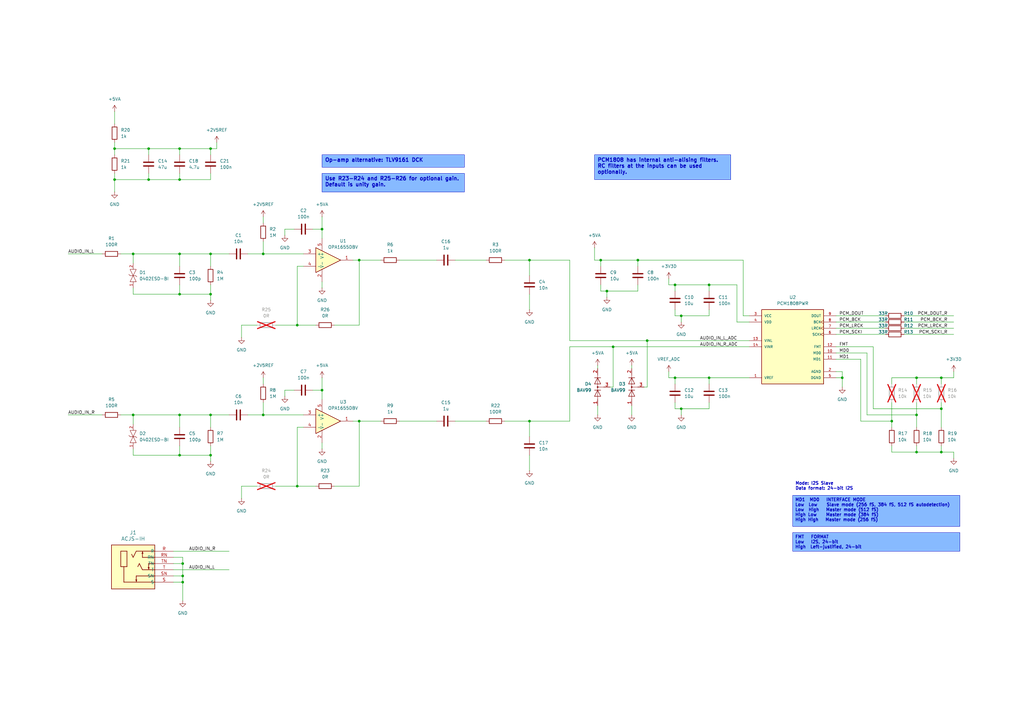
<source format=kicad_sch>
(kicad_sch (version 20231120) (generator "eeschema") (generator_version "8.0")
  (paper "A3")
  (lib_symbols
    (symbol "Device:C" (pin_numbers hide) (pin_names (offset 0.254))
      (property "Reference" "C" (at 0.635 2.54 0))
      (property "Value" "C" (at 0.635 -2.54 0))
      (symbol "C_0_1"
        (polyline (pts (xy -2.032 -0.762) (xy 2.032 -0.762)) (stroke (width 0.508)))
        (polyline (pts (xy -2.032 0.762) (xy 2.032 0.762)) (stroke (width 0.508)))
      )
      (symbol "C_1_1"
        (pin passive line (at 0 3.81 270) (length 2.794) (name "~") (number "1"))
        (pin passive line (at 0 -3.81 90) (length 2.794) (name "~") (number "2"))
      )
    )
    (symbol "Device:R" (pin_numbers hide) (pin_names (offset 0))
      (property "Reference" "R" (at 2.032 0 90))
      (property "Value" "R" (at 0 0 90))
      (symbol "R_0_1"
        (rectangle (start -1.016 -2.54) (end 1.016 2.54) (stroke (width 0.254)))
      )
      (symbol "R_1_1"
        (pin passive line (at 0 3.81 270) (length 1.27) (name "~") (number "1"))
        (pin passive line (at 0 -3.81 90) (length 1.27) (name "~") (number "2"))
      )
    )
    (symbol "Diode:BAV99" (pin_names hide)
      (property "Reference" "D" (at 0 5.08 0))
      (property "Value" "BAV99" (at 0 2.54 0))
      (symbol "BAV99_0_1"
        (polyline (pts (xy -5.08 0) (xy 5.08 0)))
      )
      (symbol "BAV99_1_1"
        (polyline (pts (xy 0 0) (xy 0 -2.54)))
        (polyline (pts (xy -1.27 -1.27) (xy -1.27 1.27) (xy -1.27 1.27)) (stroke (width 0.2032)))
        (polyline (pts (xy 3.81 1.27) (xy 3.81 -1.27) (xy 3.81 -1.27)) (stroke (width 0.2032)))
        (polyline (pts (xy -3.81 1.27) (xy -1.27 0) (xy -3.81 -1.27) (xy -3.81 1.27) (xy -3.81 1.27) (xy -3.81 1.27)) (stroke (width 0.2032)))
        (polyline (pts (xy 1.27 1.27) (xy 3.81 0) (xy 1.27 -1.27) (xy 1.27 1.27) (xy 1.27 1.27) (xy 1.27 1.27)) (stroke (width 0.2032)))
        (circle (center 0 0) (radius 0.254) (fill (type outline)))
        (pin passive line (at -7.62 0 0) (length 2.54) (name "K") (number "1"))
        (pin passive line (at 7.62 0 180) (length 2.54) (name "A") (number "2"))
        (pin passive line (at 0 -5.08 90) (length 2.54) (name "K") (number "3"))
      )
    )
    (symbol "Wirelles_Guitar_Jack:0402ESD-BI" (pin_names (offset 1.016))
      (property "Reference" "D" (at 0 3.8109 0))
      (property "Value" "0402ESD-BI" (at 0 -5.0885 0))
      (symbol "0402ESD-BI_0_0"
        (pin passive line (at -2.54 0 0) (length 2.54) (name "~") (number "1"))
        (pin passive line (at 7.62 0 180) (length 2.54) (name "~") (number "2"))
      )
      (symbol "0402ESD-BI_0_1"
        (polyline (pts (xy 2.54 1.27) (xy 3.048 1.778)))
        (polyline (pts (xy 2.54 1.27) (xy 2.54 -1.016) (xy 2.032 -1.524)))
        (polyline (pts (xy 0 -1.27) (xy 0 1.27) (xy 2.54 0) (xy 0 -1.27)))
        (polyline (pts (xy 2.54 0) (xy 5.08 -1.27) (xy 5.08 1.27) (xy 2.54 0)))
      )
    )
    (symbol "Wirelles_Guitar_Jack:ACJS-IH" (pin_names (offset 0.254))
      (property "Reference" "J" (at -10.16 7.62 0))
      (property "Value" "ACJS-IH" (at -10.16 5.08 0))
      (symbol "ACJS-IH_0_1"
        (polyline (pts (xy -15.24 -12.7) (xy -14.9225 -11.7475) (xy -15.5575 -11.7475)) (fill (type outline)))
        (polyline (pts (xy -12.7 0) (xy -12.3825 -0.9525) (xy -13.0175 -0.9525)) (fill (type outline)))
        (polyline (pts (xy -10.16 -7.62) (xy -9.8425 -6.6675) (xy -10.4775 -6.6675)) (fill (type outline)))
      )
      (symbol "ACJS-IH_1_0"
        (rectangle (start -25.4 2.54) (end -7.62 -15.494) (stroke (width 0.254)) (fill (type background)))
      )
      (symbol "ACJS-IH_1_1"
        (polyline (pts (xy -21.59 -6.35) (xy -21.59 0)) (stroke (width 0.254)))
        (polyline (pts (xy -21.59 0) (xy -19.05 0)) (stroke (width 0.254)))
        (polyline (pts (xy -20.32 -6.35) (xy -20.32 -12.7)) (stroke (width 0.254)))
        (polyline (pts (xy -19.05 -6.35) (xy -21.59 -6.35)) (stroke (width 0.254)))
        (polyline (pts (xy -19.05 0) (xy -19.05 -6.35)) (stroke (width 0.254)))
        (polyline (pts (xy -16.51 -2.54) (xy -17.145 -1.27)) (stroke (width 0.254)))
        (polyline (pts (xy -15.24 -11.7475) (xy -15.24 -10.16)) (stroke (width 0.254)))
        (polyline (pts (xy -15.24 0) (xy -16.51 -2.54)) (stroke (width 0.254)))
        (polyline (pts (xy -13.97 -5.08) (xy -14.605 -6.35)) (stroke (width 0.254)))
        (polyline (pts (xy -12.7 -7.62) (xy -13.97 -5.08)) (stroke (width 0.254)))
        (polyline (pts (xy -12.7 -0.9525) (xy -12.7 -2.54)) (stroke (width 0.254)))
        (polyline (pts (xy -10.16 -6.6675) (xy -10.16 -5.08)) (stroke (width 0.254)))
        (polyline (pts (xy -7.62 -12.7) (xy -20.32 -12.7)) (stroke (width 0.254)))
        (polyline (pts (xy -7.62 -10.16) (xy -15.24 -10.16)) (stroke (width 0.254)))
        (polyline (pts (xy -7.62 -7.62) (xy -12.7 -7.62)) (stroke (width 0.254)))
        (polyline (pts (xy -7.62 -5.08) (xy -10.16 -5.08)) (stroke (width 0.254)))
        (polyline (pts (xy -7.62 -2.54) (xy -12.7 -2.54)) (stroke (width 0.254)))
        (polyline (pts (xy -7.62 0) (xy -15.24 0)) (stroke (width 0.254)))
        (pin passive line (at 0 0 180) (length 7.62) (name "R") (number "R"))
        (pin passive line (at 0 -2.54 180) (length 7.62) (name "RN") (number "RN"))
        (pin passive line (at 0 -12.7 180) (length 7.62) (name "S") (number "S"))
        (pin passive line (at 0 -10.16 180) (length 7.62) (name "SN") (number "SN"))
        (pin passive line (at 0 -7.62 180) (length 7.62) (name "T") (number "T"))
        (pin passive line (at 0 -5.08 180) (length 7.62) (name "TN") (number "TN"))
      )
    )
    (symbol "Wirelles_Guitar_Jack:OPA1655DBV"
      (property "Reference" "U" (at 0 0 0))
      (property "Value" "OPA1655DBV" (at 0 0 0))
      (symbol "OPA1655DBV_0_1"
        (polyline (pts (xy 0 -2.54) (xy 0 -12.7) (xy 10.16 -7.62) (xy 0 -2.54)) (stroke (width 0.254)) (fill (type background)))
      )
      (symbol "OPA1655DBV_1_1"
        (pin output line (at 15.24 -7.62 180) (length 5.08) (name "") (number "1"))
        (pin power_in line (at 2.54 -16.51 90) (length 5.08) (name "V-") (number "2"))
        (pin input line (at -5.08 -5.08 0) (length 5.08) (name "+") (number "3"))
        (pin input line (at -5.08 -10.16 0) (length 5.08) (name "-") (number "4"))
        (pin power_in line (at 2.54 1.27 270) (length 5.08) (name "V+") (number "5"))
      )
    )
    (symbol "Wirelles_Guitar_Jack:PCM1808PWR" (pin_names (offset 1.016))
      (property "Reference" "U" (at -12.7 24.13 0))
      (property "Value" "PCM1808PWR" (at -12.7 -18.796 0))
      (symbol "PCM1808PWR_0_0"
        (rectangle (start -12.7 22.86) (end 12.7 -7.62) (stroke (width 0.254)) (fill (type background)))
        (pin input line (at -17.78 -5.08 0) (length 5.08) (name "VREF") (number "1"))
        (pin input line (at 17.78 5.08 180) (length 5.08) (name "MD0") (number "10"))
        (pin input line (at 17.78 2.54 180) (length 5.08) (name "MD1") (number "11"))
        (pin input line (at 17.78 7.62 180) (length 5.08) (name "FMT") (number "12"))
        (pin input line (at -17.78 10.16 0) (length 5.08) (name "VINL") (number "13"))
        (pin input line (at -17.78 7.62 0) (length 5.08) (name "VINR") (number "14"))
        (pin power_in line (at 17.78 -2.54 180) (length 5.08) (name "AGND") (number "2"))
        (pin power_in line (at -17.78 20.32 0) (length 5.08) (name "VCC") (number "3"))
        (pin power_in line (at -17.78 17.78 0) (length 5.08) (name "VDD") (number "4"))
        (pin power_in line (at 17.78 -5.08 180) (length 5.08) (name "DGND") (number "5"))
        (pin input clock (at 17.78 12.7 180) (length 5.08) (name "SCKI") (number "6"))
        (pin bidirectional clock (at 17.78 15.24 180) (length 5.08) (name "LRCK") (number "7"))
        (pin bidirectional clock (at 17.78 17.78 180) (length 5.08) (name "BCK") (number "8"))
        (pin output line (at 17.78 20.32 180) (length 5.08) (name "DOUT") (number "9"))
      )
    )
    (symbol "power:+5VA" (power) (pin_numbers hide) (pin_names (offset 0) hide)
      (property "Value" "+5VA" (at 0 3.556 0))
      (symbol "+5VA_0_1"
        (polyline (pts (xy -0.762 1.27) (xy 0 2.54)))
        (polyline (pts (xy 0 0) (xy 0 2.54)))
        (polyline (pts (xy 0 2.54) (xy 0.762 1.27)))
      )
      (symbol "+5VA_1_1"
        (pin power_in line (at 0 0 90) (length 0) (name "~") (number "1"))
      )
    )
    (symbol "power:GND" (power) (pin_numbers hide) (pin_names (offset 0) hide)
      (property "Value" "GND" (at 0 -3.81 0))
      (symbol "GND_0_1"
        (polyline (pts (xy 0 0) (xy 0 -1.27) (xy 1.27 -1.27) (xy 0 -2.54) (xy -1.27 -1.27) (xy 0 -1.27)))
      )
      (symbol "GND_1_1"
        (pin power_in line (at 0 0 270) (length 0) (name "~") (number "1"))
      )
    )
  )
  (junction (at 107.95 170.18))
  (junction (at 86.36 186.69))
  (junction (at 46.99 73.66))
  (junction (at 73.66 186.69))
  (junction (at 265.43 139.7))
  (junction (at 74.93 231.14))
  (junction (at 386.08 167.64))
  (junction (at 60.96 73.66))
  (junction (at 54.61 104.14))
  (junction (at 147.32 106.68))
  (junction (at 217.17 106.68))
  (junction (at 375.92 170.18))
  (junction (at 73.66 120.65))
  (junction (at 345.44 154.94))
  (junction (at 73.66 104.14))
  (junction (at 248.92 119.38))
  (junction (at 46.99 60.96))
  (junction (at 121.92 133.35))
  (junction (at 290.83 116.84))
  (junction (at 147.32 172.72))
  (junction (at 86.36 120.65))
  (junction (at 86.36 60.96))
  (junction (at 73.66 73.66))
  (junction (at 375.92 154.94))
  (junction (at 60.96 60.96))
  (junction (at 279.4 167.64))
  (junction (at 251.46 142.24))
  (junction (at 73.66 170.18))
  (junction (at 365.76 172.72))
  (junction (at 261.62 106.68))
  (junction (at 246.38 106.68))
  (junction (at 279.4 129.54))
  (junction (at 386.08 185.42))
  (junction (at 276.86 154.94))
  (junction (at 74.93 236.22))
  (junction (at 375.92 185.42))
  (junction (at 132.08 160.02))
  (junction (at 86.36 104.14))
  (junction (at 54.61 170.18))
  (junction (at 217.17 172.72))
  (junction (at 121.92 199.39))
  (junction (at 74.93 238.76))
  (junction (at 290.83 154.94))
  (junction (at 132.08 93.98))
  (junction (at 73.66 60.96))
  (junction (at 276.86 116.84))
  (junction (at 107.95 104.14))
  (junction (at 86.36 170.18))
  (junction (at 386.08 154.94))
  (wire (pts (xy 386.08 154.94) (xy 386.08 157.48)))
  (wire (pts (xy 137.16 133.35) (xy 147.32 133.35)))
  (wire (pts (xy 261.62 119.38) (xy 261.62 116.84)))
  (wire (pts (xy 290.83 116.84) (xy 302.26 116.84)))
  (wire (pts (xy 73.66 120.65) (xy 86.36 120.65)))
  (wire (pts (xy 147.32 106.68) (xy 156.21 106.68)))
  (wire (pts (xy 99.06 133.35) (xy 105.41 133.35)))
  (wire (pts (xy 49.53 104.14) (xy 54.61 104.14)))
  (wire (pts (xy 99.06 199.39) (xy 105.41 199.39)))
  (wire (pts (xy 54.61 104.14) (xy 73.66 104.14)))
  (wire (pts (xy 365.76 182.88) (xy 365.76 185.42)))
  (wire (pts (xy 276.86 129.54) (xy 279.4 129.54)))
  (wire (pts (xy 259.08 149.86) (xy 259.08 151.13)))
  (wire (pts (xy 342.9 132.08) (xy 363.22 132.08)))
  (wire (pts (xy 259.08 166.37) (xy 259.08 170.18)))
  (wire (pts (xy 386.08 165.1) (xy 386.08 167.64)))
  (wire (pts (xy 54.61 120.65) (xy 73.66 120.65)))
  (wire (pts (xy 250.19 158.75) (xy 251.46 158.75)))
  (wire (pts (xy 290.83 154.94) (xy 290.83 157.48)))
  (wire (pts (xy 245.11 166.37) (xy 245.11 170.18)))
  (wire (pts (xy 233.68 106.68) (xy 233.68 139.7)))
  (wire (pts (xy 54.61 186.69) (xy 73.66 186.69)))
  (wire (pts (xy 276.86 154.94) (xy 276.86 157.48)))
  (wire (pts (xy 243.84 106.68) (xy 246.38 106.68)))
  (wire (pts (xy 73.66 63.5) (xy 73.66 60.96)))
  (wire (pts (xy 46.99 60.96) (xy 46.99 63.5)))
  (wire (pts (xy 107.95 99.06) (xy 107.95 104.14)))
  (wire (pts (xy 86.36 186.69) (xy 86.36 189.23)))
  (wire (pts (xy 132.08 181.61) (xy 132.08 184.15)))
  (wire (pts (xy 279.4 129.54) (xy 290.83 129.54)))
  (wire (pts (xy 342.9 147.32) (xy 353.06 147.32)))
  (wire (pts (xy 163.83 172.72) (xy 179.07 172.72)))
  (wire (pts (xy 233.68 142.24) (xy 233.68 172.72)))
  (wire (pts (xy 132.08 115.57) (xy 132.08 118.11)))
  (wire (pts (xy 132.08 154.94) (xy 132.08 160.02)))
  (wire (pts (xy 233.68 142.24) (xy 251.46 142.24)))
  (wire (pts (xy 86.36 120.65) (xy 86.36 116.84)))
  (wire (pts (xy 276.86 167.64) (xy 279.4 167.64)))
  (wire (pts (xy 217.17 186.69) (xy 217.17 193.04)))
  (wire (pts (xy 342.9 137.16) (xy 363.22 137.16)))
  (wire (pts (xy 261.62 106.68) (xy 261.62 109.22)))
  (wire (pts (xy 116.84 160.02) (xy 116.84 162.56)))
  (wire (pts (xy 217.17 120.65) (xy 217.17 127)))
  (wire (pts (xy 370.84 129.54) (xy 391.16 129.54)))
  (wire (pts (xy 132.08 88.9) (xy 132.08 93.98)))
  (wire (pts (xy 358.14 167.64) (xy 386.08 167.64)))
  (wire (pts (xy 276.86 116.84) (xy 290.83 116.84)))
  (wire (pts (xy 302.26 132.08) (xy 307.34 132.08)))
  (wire (pts (xy 46.99 60.96) (xy 60.96 60.96)))
  (wire (pts (xy 101.6 104.14) (xy 107.95 104.14)))
  (wire (pts (xy 375.92 182.88) (xy 375.92 185.42)))
  (wire (pts (xy 342.9 142.24) (xy 358.14 142.24)))
  (wire (pts (xy 233.68 139.7) (xy 265.43 139.7)))
  (wire (pts (xy 60.96 73.66) (xy 60.96 71.12)))
  (wire (pts (xy 251.46 142.24) (xy 307.34 142.24)))
  (wire (pts (xy 279.4 167.64) (xy 279.4 170.18)))
  (wire (pts (xy 71.12 233.68) (xy 93.98 233.68)))
  (wire (pts (xy 71.12 231.14) (xy 74.93 231.14)))
  (wire (pts (xy 49.53 170.18) (xy 54.61 170.18)))
  (wire (pts (xy 353.06 172.72) (xy 365.76 172.72)))
  (wire (pts (xy 86.36 63.5) (xy 86.36 60.96)))
  (wire (pts (xy 245.11 149.86) (xy 245.11 151.13)))
  (wire (pts (xy 391.16 185.42) (xy 391.16 187.96)))
  (wire (pts (xy 353.06 147.32) (xy 353.06 172.72)))
  (wire (pts (xy 246.38 106.68) (xy 261.62 106.68)))
  (wire (pts (xy 248.92 119.38) (xy 248.92 121.92)))
  (wire (pts (xy 46.99 73.66) (xy 60.96 73.66)))
  (wire (pts (xy 99.06 138.43) (xy 99.06 133.35)))
  (wire (pts (xy 186.69 172.72) (xy 199.39 172.72)))
  (wire (pts (xy 93.98 170.18) (xy 86.36 170.18)))
  (wire (pts (xy 27.94 170.18) (xy 41.91 170.18)))
  (wire (pts (xy 124.46 109.22) (xy 121.92 109.22)))
  (wire (pts (xy 74.93 236.22) (xy 74.93 238.76)))
  (wire (pts (xy 246.38 116.84) (xy 246.38 119.38)))
  (wire (pts (xy 147.32 172.72) (xy 147.32 199.39)))
  (wire (pts (xy 276.86 116.84) (xy 276.86 119.38)))
  (wire (pts (xy 86.36 186.69) (xy 86.36 182.88)))
  (wire (pts (xy 207.01 106.68) (xy 217.17 106.68)))
  (wire (pts (xy 107.95 88.9) (xy 107.95 91.44)))
  (wire (pts (xy 73.66 104.14) (xy 73.66 109.22)))
  (wire (pts (xy 54.61 104.14) (xy 54.61 107.95)))
  (wire (pts (xy 113.03 133.35) (xy 121.92 133.35)))
  (wire (pts (xy 54.61 184.15) (xy 54.61 186.69)))
  (wire (pts (xy 99.06 204.47) (xy 99.06 199.39)))
  (wire (pts (xy 302.26 116.84) (xy 302.26 132.08)))
  (wire (pts (xy 46.99 73.66) (xy 46.99 78.74)))
  (wire (pts (xy 345.44 154.94) (xy 345.44 158.75)))
  (wire (pts (xy 73.66 116.84) (xy 73.66 120.65)))
  (wire (pts (xy 355.6 144.78) (xy 355.6 170.18)))
  (wire (pts (xy 233.68 172.72) (xy 217.17 172.72)))
  (wire (pts (xy 290.83 167.64) (xy 290.83 165.1)))
  (wire (pts (xy 246.38 119.38) (xy 248.92 119.38)))
  (wire (pts (xy 120.65 160.02) (xy 116.84 160.02)))
  (wire (pts (xy 386.08 185.42) (xy 391.16 185.42)))
  (wire (pts (xy 251.46 142.24) (xy 251.46 158.75)))
  (wire (pts (xy 276.86 127) (xy 276.86 129.54)))
  (wire (pts (xy 86.36 71.12) (xy 86.36 73.66)))
  (wire (pts (xy 186.69 106.68) (xy 199.39 106.68)))
  (wire (pts (xy 207.01 172.72) (xy 217.17 172.72)))
  (wire (pts (xy 132.08 160.02) (xy 132.08 163.83)))
  (wire (pts (xy 132.08 93.98) (xy 132.08 97.79)))
  (wire (pts (xy 71.12 236.22) (xy 74.93 236.22)))
  (wire (pts (xy 54.61 170.18) (xy 54.61 173.99)))
  (wire (pts (xy 279.4 129.54) (xy 279.4 132.08)))
  (wire (pts (xy 264.16 158.75) (xy 265.43 158.75)))
  (wire (pts (xy 217.17 172.72) (xy 217.17 179.07)))
  (wire (pts (xy 342.9 144.78) (xy 355.6 144.78)))
  (wire (pts (xy 86.36 120.65) (xy 86.36 123.19)))
  (wire (pts (xy 124.46 175.26) (xy 121.92 175.26)))
  (wire (pts (xy 107.95 154.94) (xy 107.95 157.48)))
  (wire (pts (xy 370.84 132.08) (xy 391.16 132.08)))
  (wire (pts (xy 147.32 106.68) (xy 147.32 133.35)))
  (wire (pts (xy 274.32 116.84) (xy 274.32 114.3)))
  (wire (pts (xy 74.93 228.6) (xy 74.93 231.14)))
  (wire (pts (xy 355.6 170.18) (xy 375.92 170.18)))
  (wire (pts (xy 365.76 154.94) (xy 375.92 154.94)))
  (wire (pts (xy 46.99 71.12) (xy 46.99 73.66)))
  (wire (pts (xy 386.08 167.64) (xy 386.08 175.26)))
  (wire (pts (xy 370.84 137.16) (xy 391.16 137.16)))
  (wire (pts (xy 370.84 134.62) (xy 391.16 134.62)))
  (wire (pts (xy 46.99 58.42) (xy 46.99 60.96)))
  (wire (pts (xy 304.8 106.68) (xy 304.8 129.54)))
  (wire (pts (xy 248.92 119.38) (xy 261.62 119.38)))
  (wire (pts (xy 54.61 118.11) (xy 54.61 120.65)))
  (wire (pts (xy 290.83 116.84) (xy 290.83 119.38)))
  (wire (pts (xy 121.92 175.26) (xy 121.92 199.39)))
  (wire (pts (xy 279.4 167.64) (xy 290.83 167.64)))
  (wire (pts (xy 307.34 154.94) (xy 290.83 154.94)))
  (wire (pts (xy 276.86 165.1) (xy 276.86 167.64)))
  (wire (pts (xy 73.66 60.96) (xy 60.96 60.96)))
  (wire (pts (xy 375.92 170.18) (xy 375.92 175.26)))
  (wire (pts (xy 71.12 238.76) (xy 74.93 238.76)))
  (wire (pts (xy 71.12 226.06) (xy 93.98 226.06)))
  (wire (pts (xy 73.66 104.14) (xy 86.36 104.14)))
  (wire (pts (xy 46.99 45.72) (xy 46.99 50.8)))
  (wire (pts (xy 365.76 185.42) (xy 375.92 185.42)))
  (wire (pts (xy 74.93 238.76) (xy 74.93 246.38)))
  (wire (pts (xy 147.32 106.68) (xy 144.78 106.68)))
  (wire (pts (xy 88.9 60.96) (xy 86.36 60.96)))
  (wire (pts (xy 261.62 106.68) (xy 304.8 106.68)))
  (wire (pts (xy 107.95 104.14) (xy 124.46 104.14)))
  (wire (pts (xy 73.66 170.18) (xy 86.36 170.18)))
  (wire (pts (xy 243.84 101.6) (xy 243.84 106.68)))
  (wire (pts (xy 358.14 142.24) (xy 358.14 167.64)))
  (wire (pts (xy 73.66 71.12) (xy 73.66 73.66)))
  (wire (pts (xy 113.03 199.39) (xy 121.92 199.39)))
  (wire (pts (xy 101.6 170.18) (xy 107.95 170.18)))
  (wire (pts (xy 274.32 116.84) (xy 276.86 116.84)))
  (wire (pts (xy 365.76 165.1) (xy 365.76 172.72)))
  (wire (pts (xy 274.32 154.94) (xy 274.32 152.4)))
  (wire (pts (xy 163.83 106.68) (xy 179.07 106.68)))
  (wire (pts (xy 73.66 73.66) (xy 86.36 73.66)))
  (wire (pts (xy 60.96 60.96) (xy 60.96 63.5)))
  (wire (pts (xy 86.36 170.18) (xy 86.36 175.26)))
  (wire (pts (xy 265.43 139.7) (xy 307.34 139.7)))
  (wire (pts (xy 386.08 154.94) (xy 391.16 154.94)))
  (wire (pts (xy 246.38 106.68) (xy 246.38 109.22)))
  (wire (pts (xy 116.84 93.98) (xy 116.84 96.52)))
  (wire (pts (xy 27.94 104.14) (xy 41.91 104.14)))
  (wire (pts (xy 342.9 154.94) (xy 345.44 154.94)))
  (wire (pts (xy 86.36 60.96) (xy 73.66 60.96)))
  (wire (pts (xy 137.16 199.39) (xy 147.32 199.39)))
  (wire (pts (xy 121.92 133.35) (xy 129.54 133.35)))
  (wire (pts (xy 88.9 58.42) (xy 88.9 60.96)))
  (wire (pts (xy 129.54 199.39) (xy 121.92 199.39)))
  (wire (pts (xy 73.66 73.66) (xy 60.96 73.66)))
  (wire (pts (xy 73.66 170.18) (xy 73.66 175.26)))
  (wire (pts (xy 290.83 154.94) (xy 276.86 154.94)))
  (wire (pts (xy 107.95 170.18) (xy 124.46 170.18)))
  (wire (pts (xy 342.9 134.62) (xy 363.22 134.62)))
  (wire (pts (xy 342.9 152.4) (xy 345.44 152.4)))
  (wire (pts (xy 276.86 154.94) (xy 274.32 154.94)))
  (wire (pts (xy 375.92 185.42) (xy 386.08 185.42)))
  (wire (pts (xy 217.17 106.68) (xy 233.68 106.68)))
  (wire (pts (xy 74.93 231.14) (xy 74.93 236.22)))
  (wire (pts (xy 147.32 172.72) (xy 144.78 172.72)))
  (wire (pts (xy 86.36 104.14) (xy 86.36 109.22)))
  (wire (pts (xy 265.43 139.7) (xy 265.43 158.75)))
  (wire (pts (xy 365.76 154.94) (xy 365.76 157.48)))
  (wire (pts (xy 386.08 182.88) (xy 386.08 185.42)))
  (wire (pts (xy 345.44 152.4) (xy 345.44 154.94)))
  (wire (pts (xy 375.92 154.94) (xy 386.08 154.94)))
  (wire (pts (xy 71.12 228.6) (xy 74.93 228.6)))
  (wire (pts (xy 73.66 182.88) (xy 73.66 186.69)))
  (wire (pts (xy 73.66 186.69) (xy 86.36 186.69)))
  (wire (pts (xy 147.32 172.72) (xy 156.21 172.72)))
  (wire (pts (xy 93.98 104.14) (xy 86.36 104.14)))
  (wire (pts (xy 365.76 172.72) (xy 365.76 175.26)))
  (wire (pts (xy 128.27 93.98) (xy 132.08 93.98)))
  (wire (pts (xy 290.83 129.54) (xy 290.83 127)))
  (wire (pts (xy 217.17 106.68) (xy 217.17 113.03)))
  (wire (pts (xy 54.61 170.18) (xy 73.66 170.18)))
  (wire (pts (xy 107.95 165.1) (xy 107.95 170.18)))
  (wire (pts (xy 304.8 129.54) (xy 307.34 129.54)))
  (wire (pts (xy 120.65 93.98) (xy 116.84 93.98)))
  (wire (pts (xy 375.92 165.1) (xy 375.92 170.18)))
  (wire (pts (xy 121.92 109.22) (xy 121.92 133.35)))
  (wire (pts (xy 375.92 157.48) (xy 375.92 154.94)))
  (wire (pts (xy 391.16 152.4) (xy 391.16 154.94)))
  (wire (pts (xy 128.27 160.02) (xy 132.08 160.02)))
  (wire (pts (xy 342.9 129.54) (xy 363.22 129.54)))
  (text_box "Op-amp alternative: TLV9161 DCK\n" (at 132.08 63.5 0) (size 58.42 5.08) (fill (type color) (color 135 186 255 1)) (effects (font (size 1.524 1.524) (thickness 0.3048) (bold yes)) (justify left top)))
  (text_box "FMT   FORMAT\nLow   I2S, 24-bit\nHigh  Left-justified, 24-bit" (at 325.12 218.44 0) (size 68.58 7.62) (fill (type color) (color 135 186 255 1)) (effects (font (size 1.27 1.27) (thickness 0.254) (bold yes)) (justify left top)))
  (text_box "MD1  MD0   INTERFACE MODE\nLow  Low    Slave mode (256 fS, 384 fS, 512 fS autodetection)\nLow  High   Master mode (512 fS)\nHigh Low    Master mode (384 fS)\nHigh High   Master mode (256 fS)" (at 325.12 203.2 0) (size 68.58 12.7) (fill (type color) (color 135 186 255 1)) (effects (font (size 1.27 1.27) (thickness 0.254) (bold yes)) (justify left top)))
  (text_box "PCM1808 has internal anti-alising filters. RC filters at the inputs can be used optionally." (at 243.84 63.5 0) (size 55.88 10.16) (fill (type color) (color 135 186 255 1)) (effects (font (size 1.524 1.524) (thickness 0.3048) (bold yes)) (justify left top)))
  (text_box "Use R23-R24 and R25-R26 for optional gain. Default is unity gain." (at 132.08 71.12 0) (size 58.42 7.62) (fill (type color) (color 135 186 255 1)) (effects (font (size 1.524 1.524) (thickness 0.3048) (bold yes)) (justify left top)))
  (text "Mode: I2S Slave\nData format: 24-bit I2S\n" (at 326.136 199.39 0) (effects (font (size 1.27 1.27) (thickness 0.254) (bold yes)) (justify left)))
  (label "AUDIO_IN_L_ADC" (at 287.02 139.7 0))
  (label "AUDIO_IN_L" (at 27.94 104.14 0))
  (label "AUDIO_IN_R" (at 27.94 170.18 0))
  (label "PCM_BCK_R" (at 388.62 132.08 180))
  (label "PCM_BCK" (at 344.17 132.08 0))
  (label "PCM_SCKI_R" (at 388.62 137.16 180))
  (label "AUDIO_IN_R" (at 77.47 226.06 0))
  (label "PCM_LRCK" (at 344.17 134.62 0))
  (label "PCM_DOUT" (at 344.17 129.54 0))
  (label "PCM_LRCK_R" (at 388.62 134.62 180))
  (label "AUDIO_IN_L" (at 77.47 233.68 0))
  (label "PCM_DOUT_R" (at 388.62 129.54 180))
  (label "FMT" (at 344.17 142.24 0))
  (label "AUDIO_IN_R_ADC" (at 287.02 142.24 0))
  (label "MD0" (at 344.17 144.78 0))
  (label "MD1" (at 344.17 147.32 0))
  (label "PCM_SCKI" (at 344.17 137.16 0))
  (symbol (lib_id "power:+5VA") (at 259.08 149.86 0) (unit 1)
    (property "Reference" "#PWR031" (effects (hide yes)))
    (property "Value" "+5VA" (at 259.08 144.78 0))
    (property "Description" "Power symbol creates a global label with name \"+5VA\"" (effects (hide yes)))
  )
  (symbol (lib_id "Device:C") (at 246.38 113.03 180) (unit 1)
    (property "Reference" "C9" (at 250.19 111.7599 0) (effects (justify right)))
    (property "Value" "10u" (at 250.19 114.2999 0) (effects (justify right)))
    (property "Description" "Unpolarized capacitor" (effects (hide yes)))
  )
  (symbol (lib_id "power:GND") (at 116.84 162.56 0) (unit 1)
    (property "Reference" "#PWR09" (effects (hide yes)))
    (property "Value" "GND" (at 116.84 167.64 0))
    (property "Description" "Power symbol creates a global label with name \"GND\" , ground" (effects (hide yes)))
  )
  (symbol (lib_id "Device:R") (at 367.03 129.54 90) (unit 1)
    (property "Reference" "R10" (at 372.618 128.524 90))
    (property "Value" "33R" (at 362.204 128.524 90))
    (property "Description" "Resistor" (effects (hide yes)))
  )
  (symbol (lib_id "Device:C") (at 290.83 123.19 180) (unit 1)
    (property "Reference" "C11" (at 294.64 121.9199 0) (effects (justify right)))
    (property "Value" "100n" (at 294.64 124.4599 0) (effects (justify right)))
    (property "Description" "Unpolarized capacitor" (effects (hide yes)))
  )
  (symbol (lib_id "Device:C") (at 182.88 172.72 90) (unit 1)
    (property "Reference" "C15" (at 182.88 165.1 90))
    (property "Value" "1u" (at 182.88 167.64 90))
    (property "Description" "Unpolarized capacitor" (effects (hide yes)))
  )
  (symbol (lib_id "Device:C") (at 73.66 179.07 180) (unit 1)
    (property "Reference" "C5" (at 77.47 177.7999 0) (effects (justify right)))
    (property "Value" "100p" (at 77.47 180.3399 0) (effects (justify right)))
    (property "Description" "Unpolarized capacitor" (effects (hide yes)))
  )
  (symbol (lib_id "Device:C") (at 73.66 113.03 180) (unit 1)
    (property "Reference" "C3" (at 77.47 111.7599 0) (effects (justify right)))
    (property "Value" "100p" (at 77.47 114.2999 0) (effects (justify right)))
    (property "Description" "Unpolarized capacitor" (effects (hide yes)))
  )
  (symbol (lib_id "power:GND") (at 99.06 138.43 0) (unit 1)
    (property "Reference" "#PWR026" (effects (hide yes)))
    (property "Value" "GND" (at 99.06 143.51 0))
    (property "Description" "Power symbol creates a global label with name \"GND\" , ground" (effects (hide yes)))
  )
  (symbol (lib_id "power:GND") (at 259.08 170.18 0) (unit 1)
    (property "Reference" "#PWR028" (effects (hide yes)))
    (property "Value" "GND" (at 259.08 175.26 0))
    (property "Description" "Power symbol creates a global label with name \"GND\" , ground" (effects (hide yes)))
  )
  (symbol (lib_id "power:+5VA") (at 245.11 149.86 0) (unit 1)
    (property "Reference" "#PWR030" (effects (hide yes)))
    (property "Value" "+5VA" (at 245.11 144.78 0))
    (property "Description" "Power symbol creates a global label with name \"+5VA\"" (effects (hide yes)))
  )
  (symbol (lib_id "power:GND") (at 391.16 187.96 0) (unit 1)
    (property "Reference" "#PWR020" (effects (hide yes)))
    (property "Value" "GND" (at 391.16 193.04 0))
    (property "Description" "Power symbol creates a global label with name \"GND\" , ground" (effects (hide yes)))
  )
  (symbol (lib_id "power:GND") (at 132.08 184.15 0) (unit 1)
    (property "Reference" "#PWR011" (effects (hide yes)))
    (property "Value" "GND" (at 132.08 189.23 0))
    (property "Description" "Power symbol creates a global label with name \"GND\" , ground" (effects (hide yes)))
  )
  (symbol (lib_id "Wirelles_Guitar_Jack:ACJS-IH") (at 71.12 226.06 0) (unit 1)
    (property "Reference" "J1" (at 54.61 218.44 0) (effects (font (size 1.524 1.524))))
    (property "Value" "ACJS-IH" (at 54.61 220.98 0) (effects (font (size 1.524 1.524))))
    (property "Footprint" "ACJS-IH_AMP" (effects (hide yes)))
    (property "Datasheet" "ACJS-IH" (effects (hide yes)))
  )
  (symbol (lib_id "Device:C") (at 290.83 161.29 180) (unit 1)
    (property "Reference" "C13" (at 294.64 160.0199 0) (effects (justify right)))
    (property "Value" "100n" (at 294.64 162.5599 0) (effects (justify right)))
    (property "Description" "Unpolarized capacitor" (effects (hide yes)))
  )
  (symbol (lib_id "Device:C") (at 124.46 93.98 270) (unit 1)
    (property "Reference" "C2" (at 124.46 86.36 90))
    (property "Value" "100n" (at 124.46 88.9 90))
    (property "Description" "Unpolarized capacitor" (effects (hide yes)))
  )
  (symbol (lib_id "Device:R") (at 133.35 199.39 90) (unit 1)
    (property "Reference" "R23" (at 133.35 193.04 90))
    (property "Value" "0R" (at 133.35 195.58 90))
    (property "Description" "Resistor" (effects (hide yes)))
  )
  (symbol (lib_id "power:GND") (at 99.06 204.47 0) (unit 1)
    (property "Reference" "#PWR025" (effects (hide yes)))
    (property "Value" "GND" (at 99.06 209.55 0))
    (property "Description" "Power symbol creates a global label with name \"GND\" , ground" (effects (hide yes)))
  )
  (symbol (lib_id "power:+5VA") (at 88.9 58.42 0) (unit 1)
    (property "Reference" "#PWR021" (effects (hide yes)))
    (property "Value" "+2V5REF" (at 88.9 53.34 0))
    (property "Description" "Power symbol creates a global label with name \"+5VA\"" (effects (hide yes)))
  )
  (symbol (lib_id "Wirelles_Guitar_Jack:PCM1808PWR") (at 325.12 149.86 0) (unit 1)
    (property "Reference" "U2" (at 325.12 121.92 0))
    (property "Value" "PCM1808PWR" (at 325.12 124.46 0))
    (property "Footprint" "PCM1808PWR:SOP65P640X120-14N" (effects (hide yes)))
    (property "MF" "Texas Instruments" (effects (hide yes)))
    (property "MAXIMUM_PACKAGE_HEIGHT" "1.2 mm" (effects (hide yes)))
    (property "Package" "TSSOP-14 Texas Instruments" (effects (hide yes)))
    (property "Price" "None" (effects (hide yes)))
    (property "Check_prices" "https://www.snapeda.com/parts/PCM1808PWR/Texas+Instruments/view-part/?ref=eda" (effects (hide yes)))
    (property "STANDARD" "IPC 7351B" (effects (hide yes)))
    (property "PARTREV" "B" (effects (hide yes)))
    (property "SnapEDA_Link" "https://www.snapeda.com/parts/PCM1808PWR/Texas+Instruments/view-part/?ref=snap" (effects (hide yes)))
    (property "MP" "PCM1808PWR" (effects (hide yes)))
    (property "Description_1" "\n                        \n                            24-bit, 99-dB SNR, 96-kHz stereo ADC with single-ended inputs\n                        \n" (effects (hide yes)))
    (property "Availability" "In Stock" (effects (hide yes)))
    (property "MANUFACTURER" "Texas Instruments" (effects (hide yes)))
  )
  (symbol (lib_id "Device:R") (at 107.95 95.25 0) (unit 1)
    (property "Reference" "R2" (at 110.49 93.9799 0) (effects (justify left)))
    (property "Value" "1M" (at 110.49 96.5199 0) (effects (justify left)))
    (property "Description" "Resistor" (effects (hide yes)))
  )
  (symbol (lib_id "Wirelles_Guitar_Jack:OPA1655DBV") (at 129.54 99.06 0) (unit 1)
    (property "Reference" "U1" (at 140.716 98.806 0))
    (property "Value" "OPA1655DBV" (at 140.716 101.346 0))
    (property "Footprint" "Package_TO_SOT_SMD:SOT-23-5" (effects (hide yes)))
  )
  (symbol (lib_id "Device:R") (at 45.72 170.18 90) (unit 1)
    (property "Reference" "R5" (at 45.72 163.83 90))
    (property "Value" "100R" (at 45.72 166.37 90))
    (property "Description" "Resistor" (effects (hide yes)))
  )
  (symbol (lib_id "power:GND") (at 217.17 193.04 0) (unit 1)
    (property "Reference" "#PWR024" (effects (hide yes)))
    (property "Value" "GND" (at 217.17 198.12 0))
    (property "Description" "Power symbol creates a global label with name \"GND\" , ground" (effects (hide yes)))
  )
  (symbol (lib_id "Device:C") (at 60.96 67.31 180) (unit 1)
    (property "Reference" "C14" (at 64.77 66.0399 0) (effects (justify right)))
    (property "Value" "47u" (at 64.77 68.5799 0) (effects (justify right)))
    (property "Description" "Unpolarized capacitor" (effects (hide yes)))
  )
  (symbol (lib_id "Device:R") (at 375.92 179.07 180) (unit 1)
    (property "Reference" "R18" (at 378.46 177.7999 0) (effects (justify right)))
    (property "Value" "10k" (at 378.46 180.3399 0) (effects (justify right)))
    (property "Description" "Resistor" (effects (hide yes)))
  )
  (symbol (lib_id "Device:C") (at 97.79 170.18 90) (unit 1)
    (property "Reference" "C6" (at 97.79 162.56 90))
    (property "Value" "10n" (at 97.79 165.1 90))
    (property "Description" "Unpolarized capacitor" (effects (hide yes)))
  )
  (symbol (lib_id "Device:R") (at 86.36 113.03 0) (unit 1)
    (property "Reference" "R4" (at 88.9 111.7599 0) (effects (justify left)))
    (property "Value" "1M" (at 88.9 114.2999 0) (effects (justify left)))
    (property "Description" "Resistor" (effects (hide yes)))
  )
  (symbol (lib_id "power:+5VA") (at 391.16 152.4 0) (unit 1)
    (property "Reference" "#PWR019" (effects (hide yes)))
    (property "Value" "+3V3D" (at 391.16 147.32 0))
    (property "Description" "Power symbol creates a global label with name \"+5VA\"" (effects (hide yes)))
  )
  (symbol (lib_id "Device:C") (at 217.17 182.88 180) (unit 1)
    (property "Reference" "C17" (at 220.98 181.6099 0) (effects (justify right)))
    (property "Value" "10n" (at 220.98 184.1499 0) (effects (justify right)))
    (property "Description" "Unpolarized capacitor" (effects (hide yes)))
  )
  (symbol (lib_id "Device:R") (at 375.92 161.29 180) (unit 1) (dnp yes)
    (property "Reference" "R15" (at 378.46 160.0199 0) (effects (justify right)))
    (property "Value" "10k" (at 378.46 162.5599 0) (effects (justify right)))
    (property "Description" "Resistor" (effects (hide yes)))
  )
  (symbol (lib_id "Device:R") (at 367.03 132.08 90) (unit 1)
    (property "Reference" "R11" (at 372.618 131.064 90))
    (property "Value" "33R" (at 362.204 131.064 90))
    (property "Description" "Resistor" (effects (hide yes)))
  )
  (symbol (lib_id "Wirelles_Guitar_Jack:0402ESD-BI") (at 54.61 181.61 90) (unit 1)
    (property "Reference" "D2" (at 57.15 177.7999 90) (effects (justify right)))
    (property "Value" "0402ESD-BI" (at 57.15 180.3399 90) (effects (justify right)))
    (property "Footprint" "Wirelles_Guitar_Jack:RESC1005X35N" (effects (hide yes)))
    (property "MF" "Littelfuse Inc." (effects (hide yes)))
    (property "Description_1" "\n                        \n                            40V Clamp - Ipp Tvs Diode Surface Mount 0402\n                        \n" (effects (hide yes)))
    (property "Package" "0402 Littelfuse Inc." (effects (hide yes)))
    (property "Price" "None" (effects (hide yes)))
    (property "SnapEDA_Link" "https://www.snapeda.com/parts/PESD0402-140/Littelfuse/view-part/?ref=snap" (effects (hide yes)))
    (property "MP" "PESD0402-140" (effects (hide yes)))
    (property "Availability" "In Stock" (effects (hide yes)))
    (property "Check_prices" "https://www.snapeda.com/parts/PESD0402-140/Littelfuse/view-part/?ref=eda" (effects (hide yes)))
  )
  (symbol (lib_id "Device:R") (at 386.08 179.07 180) (unit 1)
    (property "Reference" "R19" (at 388.62 177.7999 0) (effects (justify right)))
    (property "Value" "10k" (at 388.62 180.3399 0) (effects (justify right)))
    (property "Description" "Resistor" (effects (hide yes)))
  )
  (symbol (lib_id "Device:R") (at 133.35 133.35 90) (unit 1)
    (property "Reference" "R26" (at 133.35 127 90))
    (property "Value" "0R" (at 133.35 129.54 90))
    (property "Description" "Resistor" (effects (hide yes)))
  )
  (symbol (lib_id "Wirelles_Guitar_Jack:0402ESD-BI") (at 54.61 115.57 90) (unit 1)
    (property "Reference" "D1" (at 57.15 111.7599 90) (effects (justify right)))
    (property "Value" "0402ESD-BI" (at 57.15 114.2999 90) (effects (justify right)))
    (property "Footprint" "Wirelles_Guitar_Jack:RESC1005X35N" (effects (hide yes)))
    (property "MF" "Littelfuse Inc." (effects (hide yes)))
    (property "Description_1" "\n                        \n                            40V Clamp - Ipp Tvs Diode Surface Mount 0402\n                        \n" (effects (hide yes)))
    (property "Package" "0402 Littelfuse Inc." (effects (hide yes)))
    (property "Price" "None" (effects (hide yes)))
    (property "SnapEDA_Link" "https://www.snapeda.com/parts/PESD0402-140/Littelfuse/view-part/?ref=snap" (effects (hide yes)))
    (property "MP" "PESD0402-140" (effects (hide yes)))
    (property "Availability" "In Stock" (effects (hide yes)))
    (property "Check_prices" "https://www.snapeda.com/parts/PESD0402-140/Littelfuse/view-part/?ref=eda" (effects (hide yes)))
  )
  (symbol (lib_id "power:GND") (at 132.08 118.11 0) (unit 1)
    (property "Reference" "#PWR02" (effects (hide yes)))
    (property "Value" "GND" (at 132.08 123.19 0))
    (property "Description" "Power symbol creates a global label with name \"GND\" , ground" (effects (hide yes)))
  )
  (symbol (lib_id "Diode:BAV99") (at 245.11 158.75 90) (unit 1)
    (property "Reference" "D4" (at 242.57 157.4799 90) (effects (justify left)))
    (property "Value" "BAV99" (at 242.57 160.0199 90) (effects (justify left)))
    (property "Footprint" "Package_TO_SOT_SMD:SOT-23" (effects (hide yes)))
    (property "Datasheet" "https://assets.nexperia.com/documents/data-sheet/BAV99_SER.pdf" (effects (hide yes)))
    (property "Description" "BAV99 High-speed switching diodes, SOT-23" (effects (hide yes)))
  )
  (symbol (lib_id "Device:R") (at 386.08 161.29 180) (unit 1) (dnp yes)
    (property "Reference" "R16" (at 388.62 160.0199 0) (effects (justify right)))
    (property "Value" "10k" (at 388.62 162.5599 0) (effects (justify right)))
    (property "Description" "Resistor" (effects (hide yes)))
  )
  (symbol (lib_id "power:GND") (at 279.4 132.08 0) (unit 1)
    (property "Reference" "#PWR015" (effects (hide yes)))
    (property "Value" "GND" (at 279.4 137.16 0))
    (property "Description" "Power symbol creates a global label with name \"GND\" , ground" (effects (hide yes)))
  )
  (symbol (lib_id "power:+5VA") (at 274.32 114.3 0) (unit 1)
    (property "Reference" "#PWR014" (effects (hide yes)))
    (property "Value" "+3V3D" (at 274.32 109.22 0))
    (property "Description" "Power symbol creates a global label with name \"+5VA\"" (effects (hide yes)))
  )
  (symbol (lib_id "power:GND") (at 248.92 121.92 0) (unit 1)
    (property "Reference" "#PWR016" (effects (hide yes)))
    (property "Value" "GND" (at 248.92 127 0))
    (property "Description" "Power symbol creates a global label with name \"GND\" , ground" (effects (hide yes)))
  )
  (symbol (lib_id "Wirelles_Guitar_Jack:OPA1655DBV") (at 129.54 165.1 0) (unit 1)
    (property "Reference" "U3" (at 140.716 164.846 0))
    (property "Value" "OPA1655DBV" (at 140.716 167.386 0))
    (property "Footprint" "Package_TO_SOT_SMD:SOT-23-5" (effects (hide yes)))
  )
  (symbol (lib_id "Device:R") (at 367.03 137.16 90) (unit 1)
    (property "Reference" "R13" (at 372.618 136.144 90))
    (property "Value" "33R" (at 362.204 136.144 90))
    (property "Description" "Resistor" (effects (hide yes)))
  )
  (symbol (lib_id "Device:R") (at 45.72 104.14 90) (unit 1)
    (property "Reference" "R1" (at 45.72 97.79 90))
    (property "Value" "100R" (at 45.72 100.33 90))
    (property "Description" "Resistor" (effects (hide yes)))
  )
  (symbol (lib_id "Device:C") (at 276.86 161.29 180) (unit 1)
    (property "Reference" "C12" (at 280.67 160.0199 0) (effects (justify right)))
    (property "Value" "10u" (at 280.67 162.5599 0) (effects (justify right)))
    (property "Description" "Unpolarized capacitor" (effects (hide yes)))
  )
  (symbol (lib_id "Device:R") (at 109.22 133.35 90) (unit 1) (dnp yes)
    (property "Reference" "R25" (at 109.22 127 90))
    (property "Value" "0R" (at 109.22 129.54 90))
    (property "Description" "Resistor" (effects (hide yes)))
  )
  (symbol (lib_id "Diode:BAV99") (at 259.08 158.75 90) (unit 1)
    (property "Reference" "D3" (at 256.54 157.4799 90) (effects (justify left)))
    (property "Value" "BAV99" (at 256.54 160.0199 90) (effects (justify left)))
    (property "Footprint" "Package_TO_SOT_SMD:SOT-23" (effects (hide yes)))
    (property "Datasheet" "https://assets.nexperia.com/documents/data-sheet/BAV99_SER.pdf" (effects (hide yes)))
    (property "Description" "BAV99 High-speed switching diodes, SOT-23" (effects (hide yes)))
  )
  (symbol (lib_id "Device:C") (at 86.36 67.31 0) (unit 1)
    (property "Reference" "C21" (at 90.17 66.0399 0) (effects (justify left)))
    (property "Value" "100n" (at 90.17 68.5799 0) (effects (justify left)))
    (property "Description" "Unpolarized capacitor" (effects (hide yes)))
  )
  (symbol (lib_id "Device:R") (at 160.02 106.68 90) (unit 1)
    (property "Reference" "R6" (at 160.02 100.33 90))
    (property "Value" "1k" (at 160.02 102.87 90))
    (property "Description" "Resistor" (effects (hide yes)))
  )
  (symbol (lib_id "Device:C") (at 97.79 104.14 90) (unit 1)
    (property "Reference" "C1" (at 97.79 96.52 90))
    (property "Value" "10n" (at 97.79 99.06 90))
    (property "Description" "Unpolarized capacitor" (effects (hide yes)))
  )
  (symbol (lib_id "power:+5VA") (at 132.08 88.9 0) (unit 1)
    (property "Reference" "#PWR01" (effects (hide yes)))
    (property "Value" "+5VA" (at 132.08 83.82 0))
    (property "Description" "Power symbol creates a global label with name \"+5VA\"" (effects (hide yes)))
  )
  (symbol (lib_id "power:GND") (at 86.36 189.23 0) (unit 1)
    (property "Reference" "#PWR07" (effects (hide yes)))
    (property "Value" "GND" (at 86.36 194.31 0))
    (property "Description" "Power symbol creates a global label with name \"GND\" , ground" (effects (hide yes)))
  )
  (symbol (lib_id "power:GND") (at 74.93 246.38 0) (unit 1)
    (property "Reference" "#PWR027" (effects (hide yes)))
    (property "Value" "GND" (at 74.93 251.46 0))
    (property "Description" "Power symbol creates a global label with name \"GND\" , ground" (effects (hide yes)))
  )
  (symbol (lib_id "Device:C") (at 217.17 116.84 180) (unit 1)
    (property "Reference" "C4" (at 220.98 115.5699 0) (effects (justify right)))
    (property "Value" "10n" (at 220.98 118.1099 0) (effects (justify right)))
    (property "Description" "Unpolarized capacitor" (effects (hide yes)))
  )
  (symbol (lib_id "power:GND") (at 345.44 158.75 0) (unit 1)
    (property "Reference" "#PWR012" (effects (hide yes)))
    (property "Value" "GND" (at 345.44 163.83 0))
    (property "Description" "Power symbol creates a global label with name \"GND\" , ground" (effects (hide yes)))
  )
  (symbol (lib_id "Device:R") (at 46.99 67.31 180) (unit 1)
    (property "Reference" "R21" (at 49.53 66.0399 0) (effects (justify right)))
    (property "Value" "1k" (at 49.53 68.5799 0) (effects (justify right)))
    (property "Description" "Resistor" (effects (hide yes)))
  )
  (symbol (lib_id "power:GND") (at 116.84 96.52 0) (unit 1)
    (property "Reference" "#PWR03" (effects (hide yes)))
    (property "Value" "GND" (at 116.84 101.6 0))
    (property "Description" "Power symbol creates a global label with name \"GND\" , ground" (effects (hide yes)))
  )
  (symbol (lib_id "Device:C") (at 182.88 106.68 90) (unit 1)
    (property "Reference" "C16" (at 182.88 99.06 90))
    (property "Value" "1u" (at 182.88 101.6 90))
    (property "Description" "Unpolarized capacitor" (effects (hide yes)))
  )
  (symbol (lib_id "Device:R") (at 367.03 134.62 90) (unit 1)
    (property "Reference" "R12" (at 372.618 133.604 90))
    (property "Value" "33R" (at 362.204 133.604 90))
    (property "Description" "Resistor" (effects (hide yes)))
  )
  (symbol (lib_id "power:+5VA") (at 107.95 154.94 0) (unit 1)
    (property "Reference" "#PWR08" (effects (hide yes)))
    (property "Value" "+2V5REF" (at 107.95 149.86 0))
    (property "Description" "Power symbol creates a global label with name \"+5VA\"" (effects (hide yes)))
  )
  (symbol (lib_id "Device:R") (at 46.99 54.61 180) (unit 1)
    (property "Reference" "R20" (at 49.53 53.3399 0) (effects (justify right)))
    (property "Value" "1k" (at 49.53 55.8799 0) (effects (justify right)))
    (property "Description" "Resistor" (effects (hide yes)))
  )
  (symbol (lib_id "power:+5VA") (at 274.32 152.4 0) (unit 1)
    (property "Reference" "#PWR017" (effects (hide yes)))
    (property "Value" "VREF_ADC" (at 274.32 147.32 0))
    (property "Description" "Power symbol creates a global label with name \"+5VA\"" (effects (hide yes)))
  )
  (symbol (lib_id "Device:C") (at 124.46 160.02 270) (unit 1)
    (property "Reference" "C7" (at 124.46 152.4 90))
    (property "Value" "100n" (at 124.46 154.94 90))
    (property "Description" "Unpolarized capacitor" (effects (hide yes)))
  )
  (symbol (lib_id "Device:C") (at 276.86 123.19 180) (unit 1)
    (property "Reference" "C10" (at 280.67 121.9199 0) (effects (justify right)))
    (property "Value" "10u" (at 280.67 124.4599 0) (effects (justify right)))
    (property "Description" "Unpolarized capacitor" (effects (hide yes)))
  )
  (symbol (lib_id "Device:C") (at 261.62 113.03 180) (unit 1)
    (property "Reference" "C8" (at 265.43 111.7599 0) (effects (justify right)))
    (property "Value" "100n" (at 265.43 114.2999 0) (effects (justify right)))
    (property "Description" "Unpolarized capacitor" (effects (hide yes)))
  )
  (symbol (lib_id "Device:C") (at 73.66 67.31 180) (unit 1)
    (property "Reference" "C18" (at 77.47 66.0399 0) (effects (justify right)))
    (property "Value" "4.7u" (at 77.47 68.5799 0) (effects (justify right)))
    (property "Description" "Unpolarized capacitor" (effects (hide yes)))
  )
  (symbol (lib_id "Device:R") (at 160.02 172.72 90) (unit 1)
    (property "Reference" "R9" (at 160.02 166.37 90))
    (property "Value" "1k" (at 160.02 168.91 90))
    (property "Description" "Resistor" (effects (hide yes)))
  )
  (symbol (lib_id "Device:R") (at 109.22 199.39 90) (unit 1) (dnp yes)
    (property "Reference" "R24" (at 109.22 193.04 90))
    (property "Value" "0R" (at 109.22 195.58 90))
    (property "Description" "Resistor" (effects (hide yes)))
  )
  (symbol (lib_id "Device:R") (at 107.95 161.29 0) (unit 1)
    (property "Reference" "R8" (at 110.49 160.0199 0) (effects (justify left)))
    (property "Value" "1M" (at 110.49 162.5599 0) (effects (justify left)))
    (property "Description" "Resistor" (effects (hide yes)))
  )
  (symbol (lib_id "Device:R") (at 365.76 179.07 180) (unit 1)
    (property "Reference" "R17" (at 368.3 177.7999 0) (effects (justify right)))
    (property "Value" "10k" (at 368.3 180.3399 0) (effects (justify right)))
    (property "Description" "Resistor" (effects (hide yes)))
  )
  (symbol (lib_id "power:GND") (at 279.4 170.18 0) (unit 1)
    (property "Reference" "#PWR018" (effects (hide yes)))
    (property "Value" "GND" (at 279.4 175.26 0))
    (property "Description" "Power symbol creates a global label with name \"GND\" , ground" (effects (hide yes)))
  )
  (symbol (lib_id "power:+5VA") (at 132.08 154.94 0) (unit 1)
    (property "Reference" "#PWR010" (effects (hide yes)))
    (property "Value" "+5VA" (at 132.08 149.86 0))
    (property "Description" "Power symbol creates a global label with name \"+5VA\"" (effects (hide yes)))
  )
  (symbol (lib_id "power:+5VA") (at 243.84 101.6 0) (unit 1)
    (property "Reference" "#PWR013" (effects (hide yes)))
    (property "Value" "+5VA" (at 243.84 96.52 0))
    (property "Description" "Power symbol creates a global label with name \"+5VA\"" (effects (hide yes)))
  )
  (symbol (lib_id "power:GND") (at 217.17 127 0) (unit 1)
    (property "Reference" "#PWR06" (effects (hide yes)))
    (property "Value" "GND" (at 217.17 132.08 0))
    (property "Description" "Power symbol creates a global label with name \"GND\" , ground" (effects (hide yes)))
  )
  (symbol (lib_id "Device:R") (at 203.2 172.72 90) (unit 1)
    (property "Reference" "R22" (at 203.2 166.37 90))
    (property "Value" "100R" (at 203.2 168.91 90))
    (property "Description" "Resistor" (effects (hide yes)))
  )
  (symbol (lib_id "Device:R") (at 203.2 106.68 90) (unit 1)
    (property "Reference" "R3" (at 203.2 100.33 90))
    (property "Value" "100R" (at 203.2 102.87 90))
    (property "Description" "Resistor" (effects (hide yes)))
  )
  (symbol (lib_id "power:GND") (at 46.99 78.74 0) (unit 1)
    (property "Reference" "#PWR023" (effects (hide yes)))
    (property "Value" "GND" (at 46.99 83.82 0))
    (property "Description" "Power symbol creates a global label with name \"GND\" , ground" (effects (hide yes)))
  )
  (symbol (lib_id "Device:R") (at 86.36 179.07 0) (unit 1)
    (property "Reference" "R7" (at 88.9 177.7999 0) (effects (justify left)))
    (property "Value" "1M" (at 88.9 180.3399 0) (effects (justify left)))
    (property "Description" "Resistor" (effects (hide yes)))
  )
  (symbol (lib_id "power:+5VA") (at 107.95 88.9 0) (unit 1)
    (property "Reference" "#PWR04" (effects (hide yes)))
    (property "Value" "+2V5REF" (at 107.95 83.82 0))
    (property "Description" "Power symbol creates a global label with name \"+5VA\"" (effects (hide yes)))
  )
  (symbol (lib_id "power:GND") (at 86.36 123.19 0) (unit 1)
    (property "Reference" "#PWR05" (effects (hide yes)))
    (property "Value" "GND" (at 86.36 128.27 0))
    (property "Description" "Power symbol creates a global label with name \"GND\" , ground" (effects (hide yes)))
  )
  (symbol (lib_id "power:+5VA") (at 46.99 45.72 0) (unit 1)
    (property "Reference" "#PWR022" (effects (hide yes)))
    (property "Value" "+5VA" (at 46.99 40.64 0))
    (property "Description" "Power symbol creates a global label with name \"+5VA\"" (effects (hide yes)))
  )
  (symbol (lib_id "power:GND") (at 245.11 170.18 0) (unit 1)
    (property "Reference" "#PWR029" (effects (hide yes)))
    (property "Value" "GND" (at 245.11 175.26 0))
    (property "Description" "Power symbol creates a global label with name \"GND\" , ground" (effects (hide yes)))
  )
  (symbol (lib_id "Device:R") (at 365.76 161.29 180) (unit 1) (dnp yes)
    (property "Reference" "R14" (at 368.3 160.0199 0) (effects (justify right)))
    (property "Value" "10k" (at 368.3 162.5599 0) (effects (justify right)))
    (property "Description" "Resistor" (effects (hide yes)))
  )
)
</source>
